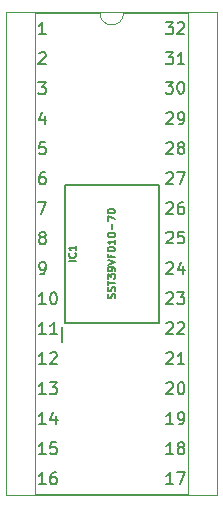
<source format=gto>
%TF.GenerationSoftware,KiCad,Pcbnew,8.0.7*%
%TF.CreationDate,2025-03-14T20:28:10+02:00*%
%TF.ProjectId,TSSOP32-14mm Adapter,5453534f-5033-4322-9d31-346d6d204164,V1*%
%TF.SameCoordinates,Original*%
%TF.FileFunction,Legend,Top*%
%TF.FilePolarity,Positive*%
%FSLAX46Y46*%
G04 Gerber Fmt 4.6, Leading zero omitted, Abs format (unit mm)*
G04 Created by KiCad (PCBNEW 8.0.7) date 2025-03-14 20:28:10*
%MOMM*%
%LPD*%
G01*
G04 APERTURE LIST*
%ADD10C,0.200000*%
%ADD11C,0.150000*%
%ADD12C,0.120000*%
G04 APERTURE END LIST*
D10*
X12203517Y547780D02*
X12822564Y547780D01*
X12822564Y547780D02*
X12489231Y166828D01*
X12489231Y166828D02*
X12632088Y166828D01*
X12632088Y166828D02*
X12727326Y119209D01*
X12727326Y119209D02*
X12774945Y71590D01*
X12774945Y71590D02*
X12822564Y-23647D01*
X12822564Y-23647D02*
X12822564Y-261742D01*
X12822564Y-261742D02*
X12774945Y-356980D01*
X12774945Y-356980D02*
X12727326Y-404600D01*
X12727326Y-404600D02*
X12632088Y-452219D01*
X12632088Y-452219D02*
X12346374Y-452219D01*
X12346374Y-452219D02*
X12251136Y-404600D01*
X12251136Y-404600D02*
X12203517Y-356980D01*
X13203517Y452542D02*
X13251136Y500161D01*
X13251136Y500161D02*
X13346374Y547780D01*
X13346374Y547780D02*
X13584469Y547780D01*
X13584469Y547780D02*
X13679707Y500161D01*
X13679707Y500161D02*
X13727326Y452542D01*
X13727326Y452542D02*
X13774945Y357304D01*
X13774945Y357304D02*
X13774945Y262066D01*
X13774945Y262066D02*
X13727326Y119209D01*
X13727326Y119209D02*
X13155898Y-452219D01*
X13155898Y-452219D02*
X13774945Y-452219D01*
X12203517Y-1992219D02*
X12822564Y-1992219D01*
X12822564Y-1992219D02*
X12489231Y-2373171D01*
X12489231Y-2373171D02*
X12632088Y-2373171D01*
X12632088Y-2373171D02*
X12727326Y-2420790D01*
X12727326Y-2420790D02*
X12774945Y-2468409D01*
X12774945Y-2468409D02*
X12822564Y-2563647D01*
X12822564Y-2563647D02*
X12822564Y-2801742D01*
X12822564Y-2801742D02*
X12774945Y-2896980D01*
X12774945Y-2896980D02*
X12727326Y-2944600D01*
X12727326Y-2944600D02*
X12632088Y-2992219D01*
X12632088Y-2992219D02*
X12346374Y-2992219D01*
X12346374Y-2992219D02*
X12251136Y-2944600D01*
X12251136Y-2944600D02*
X12203517Y-2896980D01*
X13774945Y-2992219D02*
X13203517Y-2992219D01*
X13489231Y-2992219D02*
X13489231Y-1992219D01*
X13489231Y-1992219D02*
X13393993Y-2135076D01*
X13393993Y-2135076D02*
X13298755Y-2230314D01*
X13298755Y-2230314D02*
X13203517Y-2277933D01*
X12187125Y-4491111D02*
X12806172Y-4491111D01*
X12806172Y-4491111D02*
X12472839Y-4872063D01*
X12472839Y-4872063D02*
X12615696Y-4872063D01*
X12615696Y-4872063D02*
X12710934Y-4919682D01*
X12710934Y-4919682D02*
X12758553Y-4967301D01*
X12758553Y-4967301D02*
X12806172Y-5062539D01*
X12806172Y-5062539D02*
X12806172Y-5300634D01*
X12806172Y-5300634D02*
X12758553Y-5395872D01*
X12758553Y-5395872D02*
X12710934Y-5443492D01*
X12710934Y-5443492D02*
X12615696Y-5491111D01*
X12615696Y-5491111D02*
X12329982Y-5491111D01*
X12329982Y-5491111D02*
X12234744Y-5443492D01*
X12234744Y-5443492D02*
X12187125Y-5395872D01*
X13425220Y-4491111D02*
X13520458Y-4491111D01*
X13520458Y-4491111D02*
X13615696Y-4538730D01*
X13615696Y-4538730D02*
X13663315Y-4586349D01*
X13663315Y-4586349D02*
X13710934Y-4681587D01*
X13710934Y-4681587D02*
X13758553Y-4872063D01*
X13758553Y-4872063D02*
X13758553Y-5110158D01*
X13758553Y-5110158D02*
X13710934Y-5300634D01*
X13710934Y-5300634D02*
X13663315Y-5395872D01*
X13663315Y-5395872D02*
X13615696Y-5443492D01*
X13615696Y-5443492D02*
X13520458Y-5491111D01*
X13520458Y-5491111D02*
X13425220Y-5491111D01*
X13425220Y-5491111D02*
X13329982Y-5443492D01*
X13329982Y-5443492D02*
X13282363Y-5395872D01*
X13282363Y-5395872D02*
X13234744Y-5300634D01*
X13234744Y-5300634D02*
X13187125Y-5110158D01*
X13187125Y-5110158D02*
X13187125Y-4872063D01*
X13187125Y-4872063D02*
X13234744Y-4681587D01*
X13234744Y-4681587D02*
X13282363Y-4586349D01*
X13282363Y-4586349D02*
X13329982Y-4538730D01*
X13329982Y-4538730D02*
X13425220Y-4491111D01*
X12251136Y-7167457D02*
X12298755Y-7119838D01*
X12298755Y-7119838D02*
X12393993Y-7072219D01*
X12393993Y-7072219D02*
X12632088Y-7072219D01*
X12632088Y-7072219D02*
X12727326Y-7119838D01*
X12727326Y-7119838D02*
X12774945Y-7167457D01*
X12774945Y-7167457D02*
X12822564Y-7262695D01*
X12822564Y-7262695D02*
X12822564Y-7357933D01*
X12822564Y-7357933D02*
X12774945Y-7500790D01*
X12774945Y-7500790D02*
X12203517Y-8072219D01*
X12203517Y-8072219D02*
X12822564Y-8072219D01*
X13298755Y-8072219D02*
X13489231Y-8072219D01*
X13489231Y-8072219D02*
X13584469Y-8024600D01*
X13584469Y-8024600D02*
X13632088Y-7976980D01*
X13632088Y-7976980D02*
X13727326Y-7834123D01*
X13727326Y-7834123D02*
X13774945Y-7643647D01*
X13774945Y-7643647D02*
X13774945Y-7262695D01*
X13774945Y-7262695D02*
X13727326Y-7167457D01*
X13727326Y-7167457D02*
X13679707Y-7119838D01*
X13679707Y-7119838D02*
X13584469Y-7072219D01*
X13584469Y-7072219D02*
X13393993Y-7072219D01*
X13393993Y-7072219D02*
X13298755Y-7119838D01*
X13298755Y-7119838D02*
X13251136Y-7167457D01*
X13251136Y-7167457D02*
X13203517Y-7262695D01*
X13203517Y-7262695D02*
X13203517Y-7500790D01*
X13203517Y-7500790D02*
X13251136Y-7596028D01*
X13251136Y-7596028D02*
X13298755Y-7643647D01*
X13298755Y-7643647D02*
X13393993Y-7691266D01*
X13393993Y-7691266D02*
X13584469Y-7691266D01*
X13584469Y-7691266D02*
X13679707Y-7643647D01*
X13679707Y-7643647D02*
X13727326Y-7596028D01*
X13727326Y-7596028D02*
X13774945Y-7500790D01*
X12251135Y-9684128D02*
X12298754Y-9636509D01*
X12298754Y-9636509D02*
X12393992Y-9588890D01*
X12393992Y-9588890D02*
X12632087Y-9588890D01*
X12632087Y-9588890D02*
X12727325Y-9636509D01*
X12727325Y-9636509D02*
X12774944Y-9684128D01*
X12774944Y-9684128D02*
X12822563Y-9779366D01*
X12822563Y-9779366D02*
X12822563Y-9874604D01*
X12822563Y-9874604D02*
X12774944Y-10017461D01*
X12774944Y-10017461D02*
X12203516Y-10588890D01*
X12203516Y-10588890D02*
X12822563Y-10588890D01*
X13393992Y-10017461D02*
X13298754Y-9969842D01*
X13298754Y-9969842D02*
X13251135Y-9922223D01*
X13251135Y-9922223D02*
X13203516Y-9826985D01*
X13203516Y-9826985D02*
X13203516Y-9779366D01*
X13203516Y-9779366D02*
X13251135Y-9684128D01*
X13251135Y-9684128D02*
X13298754Y-9636509D01*
X13298754Y-9636509D02*
X13393992Y-9588890D01*
X13393992Y-9588890D02*
X13584468Y-9588890D01*
X13584468Y-9588890D02*
X13679706Y-9636509D01*
X13679706Y-9636509D02*
X13727325Y-9684128D01*
X13727325Y-9684128D02*
X13774944Y-9779366D01*
X13774944Y-9779366D02*
X13774944Y-9826985D01*
X13774944Y-9826985D02*
X13727325Y-9922223D01*
X13727325Y-9922223D02*
X13679706Y-9969842D01*
X13679706Y-9969842D02*
X13584468Y-10017461D01*
X13584468Y-10017461D02*
X13393992Y-10017461D01*
X13393992Y-10017461D02*
X13298754Y-10065080D01*
X13298754Y-10065080D02*
X13251135Y-10112699D01*
X13251135Y-10112699D02*
X13203516Y-10207937D01*
X13203516Y-10207937D02*
X13203516Y-10398413D01*
X13203516Y-10398413D02*
X13251135Y-10493651D01*
X13251135Y-10493651D02*
X13298754Y-10541271D01*
X13298754Y-10541271D02*
X13393992Y-10588890D01*
X13393992Y-10588890D02*
X13584468Y-10588890D01*
X13584468Y-10588890D02*
X13679706Y-10541271D01*
X13679706Y-10541271D02*
X13727325Y-10493651D01*
X13727325Y-10493651D02*
X13774944Y-10398413D01*
X13774944Y-10398413D02*
X13774944Y-10207937D01*
X13774944Y-10207937D02*
X13727325Y-10112699D01*
X13727325Y-10112699D02*
X13679706Y-10065080D01*
X13679706Y-10065080D02*
X13584468Y-10017461D01*
X12251136Y-12247457D02*
X12298755Y-12199838D01*
X12298755Y-12199838D02*
X12393993Y-12152219D01*
X12393993Y-12152219D02*
X12632088Y-12152219D01*
X12632088Y-12152219D02*
X12727326Y-12199838D01*
X12727326Y-12199838D02*
X12774945Y-12247457D01*
X12774945Y-12247457D02*
X12822564Y-12342695D01*
X12822564Y-12342695D02*
X12822564Y-12437933D01*
X12822564Y-12437933D02*
X12774945Y-12580790D01*
X12774945Y-12580790D02*
X12203517Y-13152219D01*
X12203517Y-13152219D02*
X12822564Y-13152219D01*
X13155898Y-12152219D02*
X13822564Y-12152219D01*
X13822564Y-12152219D02*
X13393993Y-13152219D01*
X12251136Y-14787457D02*
X12298755Y-14739838D01*
X12298755Y-14739838D02*
X12393993Y-14692219D01*
X12393993Y-14692219D02*
X12632088Y-14692219D01*
X12632088Y-14692219D02*
X12727326Y-14739838D01*
X12727326Y-14739838D02*
X12774945Y-14787457D01*
X12774945Y-14787457D02*
X12822564Y-14882695D01*
X12822564Y-14882695D02*
X12822564Y-14977933D01*
X12822564Y-14977933D02*
X12774945Y-15120790D01*
X12774945Y-15120790D02*
X12203517Y-15692219D01*
X12203517Y-15692219D02*
X12822564Y-15692219D01*
X13679707Y-14692219D02*
X13489231Y-14692219D01*
X13489231Y-14692219D02*
X13393993Y-14739838D01*
X13393993Y-14739838D02*
X13346374Y-14787457D01*
X13346374Y-14787457D02*
X13251136Y-14930314D01*
X13251136Y-14930314D02*
X13203517Y-15120790D01*
X13203517Y-15120790D02*
X13203517Y-15501742D01*
X13203517Y-15501742D02*
X13251136Y-15596980D01*
X13251136Y-15596980D02*
X13298755Y-15644600D01*
X13298755Y-15644600D02*
X13393993Y-15692219D01*
X13393993Y-15692219D02*
X13584469Y-15692219D01*
X13584469Y-15692219D02*
X13679707Y-15644600D01*
X13679707Y-15644600D02*
X13727326Y-15596980D01*
X13727326Y-15596980D02*
X13774945Y-15501742D01*
X13774945Y-15501742D02*
X13774945Y-15263647D01*
X13774945Y-15263647D02*
X13727326Y-15168409D01*
X13727326Y-15168409D02*
X13679707Y-15120790D01*
X13679707Y-15120790D02*
X13584469Y-15073171D01*
X13584469Y-15073171D02*
X13393993Y-15073171D01*
X13393993Y-15073171D02*
X13298755Y-15120790D01*
X13298755Y-15120790D02*
X13251136Y-15168409D01*
X13251136Y-15168409D02*
X13203517Y-15263647D01*
X12251135Y-17273426D02*
X12298754Y-17225807D01*
X12298754Y-17225807D02*
X12393992Y-17178188D01*
X12393992Y-17178188D02*
X12632087Y-17178188D01*
X12632087Y-17178188D02*
X12727325Y-17225807D01*
X12727325Y-17225807D02*
X12774944Y-17273426D01*
X12774944Y-17273426D02*
X12822563Y-17368664D01*
X12822563Y-17368664D02*
X12822563Y-17463902D01*
X12822563Y-17463902D02*
X12774944Y-17606759D01*
X12774944Y-17606759D02*
X12203516Y-18178188D01*
X12203516Y-18178188D02*
X12822563Y-18178188D01*
X13727325Y-17178188D02*
X13251135Y-17178188D01*
X13251135Y-17178188D02*
X13203516Y-17654378D01*
X13203516Y-17654378D02*
X13251135Y-17606759D01*
X13251135Y-17606759D02*
X13346373Y-17559140D01*
X13346373Y-17559140D02*
X13584468Y-17559140D01*
X13584468Y-17559140D02*
X13679706Y-17606759D01*
X13679706Y-17606759D02*
X13727325Y-17654378D01*
X13727325Y-17654378D02*
X13774944Y-17749616D01*
X13774944Y-17749616D02*
X13774944Y-17987711D01*
X13774944Y-17987711D02*
X13727325Y-18082949D01*
X13727325Y-18082949D02*
X13679706Y-18130569D01*
X13679706Y-18130569D02*
X13584468Y-18178188D01*
X13584468Y-18178188D02*
X13346373Y-18178188D01*
X13346373Y-18178188D02*
X13251135Y-18130569D01*
X13251135Y-18130569D02*
X13203516Y-18082949D01*
X12251136Y-19867457D02*
X12298755Y-19819838D01*
X12298755Y-19819838D02*
X12393993Y-19772219D01*
X12393993Y-19772219D02*
X12632088Y-19772219D01*
X12632088Y-19772219D02*
X12727326Y-19819838D01*
X12727326Y-19819838D02*
X12774945Y-19867457D01*
X12774945Y-19867457D02*
X12822564Y-19962695D01*
X12822564Y-19962695D02*
X12822564Y-20057933D01*
X12822564Y-20057933D02*
X12774945Y-20200790D01*
X12774945Y-20200790D02*
X12203517Y-20772219D01*
X12203517Y-20772219D02*
X12822564Y-20772219D01*
X13679707Y-20105552D02*
X13679707Y-20772219D01*
X13441612Y-19724600D02*
X13203517Y-20438885D01*
X13203517Y-20438885D02*
X13822564Y-20438885D01*
X12251136Y-22407457D02*
X12298755Y-22359838D01*
X12298755Y-22359838D02*
X12393993Y-22312219D01*
X12393993Y-22312219D02*
X12632088Y-22312219D01*
X12632088Y-22312219D02*
X12727326Y-22359838D01*
X12727326Y-22359838D02*
X12774945Y-22407457D01*
X12774945Y-22407457D02*
X12822564Y-22502695D01*
X12822564Y-22502695D02*
X12822564Y-22597933D01*
X12822564Y-22597933D02*
X12774945Y-22740790D01*
X12774945Y-22740790D02*
X12203517Y-23312219D01*
X12203517Y-23312219D02*
X12822564Y-23312219D01*
X13155898Y-22312219D02*
X13774945Y-22312219D01*
X13774945Y-22312219D02*
X13441612Y-22693171D01*
X13441612Y-22693171D02*
X13584469Y-22693171D01*
X13584469Y-22693171D02*
X13679707Y-22740790D01*
X13679707Y-22740790D02*
X13727326Y-22788409D01*
X13727326Y-22788409D02*
X13774945Y-22883647D01*
X13774945Y-22883647D02*
X13774945Y-23121742D01*
X13774945Y-23121742D02*
X13727326Y-23216980D01*
X13727326Y-23216980D02*
X13679707Y-23264600D01*
X13679707Y-23264600D02*
X13584469Y-23312219D01*
X13584469Y-23312219D02*
X13298755Y-23312219D01*
X13298755Y-23312219D02*
X13203517Y-23264600D01*
X13203517Y-23264600D02*
X13155898Y-23216980D01*
X12251136Y-24947457D02*
X12298755Y-24899838D01*
X12298755Y-24899838D02*
X12393993Y-24852219D01*
X12393993Y-24852219D02*
X12632088Y-24852219D01*
X12632088Y-24852219D02*
X12727326Y-24899838D01*
X12727326Y-24899838D02*
X12774945Y-24947457D01*
X12774945Y-24947457D02*
X12822564Y-25042695D01*
X12822564Y-25042695D02*
X12822564Y-25137933D01*
X12822564Y-25137933D02*
X12774945Y-25280790D01*
X12774945Y-25280790D02*
X12203517Y-25852219D01*
X12203517Y-25852219D02*
X12822564Y-25852219D01*
X13203517Y-24947457D02*
X13251136Y-24899838D01*
X13251136Y-24899838D02*
X13346374Y-24852219D01*
X13346374Y-24852219D02*
X13584469Y-24852219D01*
X13584469Y-24852219D02*
X13679707Y-24899838D01*
X13679707Y-24899838D02*
X13727326Y-24947457D01*
X13727326Y-24947457D02*
X13774945Y-25042695D01*
X13774945Y-25042695D02*
X13774945Y-25137933D01*
X13774945Y-25137933D02*
X13727326Y-25280790D01*
X13727326Y-25280790D02*
X13155898Y-25852219D01*
X13155898Y-25852219D02*
X13774945Y-25852219D01*
X12251136Y-27487457D02*
X12298755Y-27439838D01*
X12298755Y-27439838D02*
X12393993Y-27392219D01*
X12393993Y-27392219D02*
X12632088Y-27392219D01*
X12632088Y-27392219D02*
X12727326Y-27439838D01*
X12727326Y-27439838D02*
X12774945Y-27487457D01*
X12774945Y-27487457D02*
X12822564Y-27582695D01*
X12822564Y-27582695D02*
X12822564Y-27677933D01*
X12822564Y-27677933D02*
X12774945Y-27820790D01*
X12774945Y-27820790D02*
X12203517Y-28392219D01*
X12203517Y-28392219D02*
X12822564Y-28392219D01*
X13774945Y-28392219D02*
X13203517Y-28392219D01*
X13489231Y-28392219D02*
X13489231Y-27392219D01*
X13489231Y-27392219D02*
X13393993Y-27535076D01*
X13393993Y-27535076D02*
X13298755Y-27630314D01*
X13298755Y-27630314D02*
X13203517Y-27677933D01*
X12251136Y-30027457D02*
X12298755Y-29979838D01*
X12298755Y-29979838D02*
X12393993Y-29932219D01*
X12393993Y-29932219D02*
X12632088Y-29932219D01*
X12632088Y-29932219D02*
X12727326Y-29979838D01*
X12727326Y-29979838D02*
X12774945Y-30027457D01*
X12774945Y-30027457D02*
X12822564Y-30122695D01*
X12822564Y-30122695D02*
X12822564Y-30217933D01*
X12822564Y-30217933D02*
X12774945Y-30360790D01*
X12774945Y-30360790D02*
X12203517Y-30932219D01*
X12203517Y-30932219D02*
X12822564Y-30932219D01*
X13441612Y-29932219D02*
X13536850Y-29932219D01*
X13536850Y-29932219D02*
X13632088Y-29979838D01*
X13632088Y-29979838D02*
X13679707Y-30027457D01*
X13679707Y-30027457D02*
X13727326Y-30122695D01*
X13727326Y-30122695D02*
X13774945Y-30313171D01*
X13774945Y-30313171D02*
X13774945Y-30551266D01*
X13774945Y-30551266D02*
X13727326Y-30741742D01*
X13727326Y-30741742D02*
X13679707Y-30836980D01*
X13679707Y-30836980D02*
X13632088Y-30884600D01*
X13632088Y-30884600D02*
X13536850Y-30932219D01*
X13536850Y-30932219D02*
X13441612Y-30932219D01*
X13441612Y-30932219D02*
X13346374Y-30884600D01*
X13346374Y-30884600D02*
X13298755Y-30836980D01*
X13298755Y-30836980D02*
X13251136Y-30741742D01*
X13251136Y-30741742D02*
X13203517Y-30551266D01*
X13203517Y-30551266D02*
X13203517Y-30313171D01*
X13203517Y-30313171D02*
X13251136Y-30122695D01*
X13251136Y-30122695D02*
X13298755Y-30027457D01*
X13298755Y-30027457D02*
X13346374Y-29979838D01*
X13346374Y-29979838D02*
X13441612Y-29932219D01*
X12822564Y-33472219D02*
X12251136Y-33472219D01*
X12536850Y-33472219D02*
X12536850Y-32472219D01*
X12536850Y-32472219D02*
X12441612Y-32615076D01*
X12441612Y-32615076D02*
X12346374Y-32710314D01*
X12346374Y-32710314D02*
X12251136Y-32757933D01*
X13298755Y-33472219D02*
X13489231Y-33472219D01*
X13489231Y-33472219D02*
X13584469Y-33424600D01*
X13584469Y-33424600D02*
X13632088Y-33376980D01*
X13632088Y-33376980D02*
X13727326Y-33234123D01*
X13727326Y-33234123D02*
X13774945Y-33043647D01*
X13774945Y-33043647D02*
X13774945Y-32662695D01*
X13774945Y-32662695D02*
X13727326Y-32567457D01*
X13727326Y-32567457D02*
X13679707Y-32519838D01*
X13679707Y-32519838D02*
X13584469Y-32472219D01*
X13584469Y-32472219D02*
X13393993Y-32472219D01*
X13393993Y-32472219D02*
X13298755Y-32519838D01*
X13298755Y-32519838D02*
X13251136Y-32567457D01*
X13251136Y-32567457D02*
X13203517Y-32662695D01*
X13203517Y-32662695D02*
X13203517Y-32900790D01*
X13203517Y-32900790D02*
X13251136Y-32996028D01*
X13251136Y-32996028D02*
X13298755Y-33043647D01*
X13298755Y-33043647D02*
X13393993Y-33091266D01*
X13393993Y-33091266D02*
X13584469Y-33091266D01*
X13584469Y-33091266D02*
X13679707Y-33043647D01*
X13679707Y-33043647D02*
X13727326Y-32996028D01*
X13727326Y-32996028D02*
X13774945Y-32900790D01*
X12822564Y-36012219D02*
X12251136Y-36012219D01*
X12536850Y-36012219D02*
X12536850Y-35012219D01*
X12536850Y-35012219D02*
X12441612Y-35155076D01*
X12441612Y-35155076D02*
X12346374Y-35250314D01*
X12346374Y-35250314D02*
X12251136Y-35297933D01*
X13393993Y-35440790D02*
X13298755Y-35393171D01*
X13298755Y-35393171D02*
X13251136Y-35345552D01*
X13251136Y-35345552D02*
X13203517Y-35250314D01*
X13203517Y-35250314D02*
X13203517Y-35202695D01*
X13203517Y-35202695D02*
X13251136Y-35107457D01*
X13251136Y-35107457D02*
X13298755Y-35059838D01*
X13298755Y-35059838D02*
X13393993Y-35012219D01*
X13393993Y-35012219D02*
X13584469Y-35012219D01*
X13584469Y-35012219D02*
X13679707Y-35059838D01*
X13679707Y-35059838D02*
X13727326Y-35107457D01*
X13727326Y-35107457D02*
X13774945Y-35202695D01*
X13774945Y-35202695D02*
X13774945Y-35250314D01*
X13774945Y-35250314D02*
X13727326Y-35345552D01*
X13727326Y-35345552D02*
X13679707Y-35393171D01*
X13679707Y-35393171D02*
X13584469Y-35440790D01*
X13584469Y-35440790D02*
X13393993Y-35440790D01*
X13393993Y-35440790D02*
X13298755Y-35488409D01*
X13298755Y-35488409D02*
X13251136Y-35536028D01*
X13251136Y-35536028D02*
X13203517Y-35631266D01*
X13203517Y-35631266D02*
X13203517Y-35821742D01*
X13203517Y-35821742D02*
X13251136Y-35916980D01*
X13251136Y-35916980D02*
X13298755Y-35964600D01*
X13298755Y-35964600D02*
X13393993Y-36012219D01*
X13393993Y-36012219D02*
X13584469Y-36012219D01*
X13584469Y-36012219D02*
X13679707Y-35964600D01*
X13679707Y-35964600D02*
X13727326Y-35916980D01*
X13727326Y-35916980D02*
X13774945Y-35821742D01*
X13774945Y-35821742D02*
X13774945Y-35631266D01*
X13774945Y-35631266D02*
X13727326Y-35536028D01*
X13727326Y-35536028D02*
X13679707Y-35488409D01*
X13679707Y-35488409D02*
X13584469Y-35440790D01*
X12822564Y-38552219D02*
X12251136Y-38552219D01*
X12536850Y-38552219D02*
X12536850Y-37552219D01*
X12536850Y-37552219D02*
X12441612Y-37695076D01*
X12441612Y-37695076D02*
X12346374Y-37790314D01*
X12346374Y-37790314D02*
X12251136Y-37837933D01*
X13155898Y-37552219D02*
X13822564Y-37552219D01*
X13822564Y-37552219D02*
X13393993Y-38552219D01*
X2036482Y-33472219D02*
X1465054Y-33472219D01*
X1750768Y-33472219D02*
X1750768Y-32472219D01*
X1750768Y-32472219D02*
X1655530Y-32615076D01*
X1655530Y-32615076D02*
X1560292Y-32710314D01*
X1560292Y-32710314D02*
X1465054Y-32757933D01*
X2893625Y-32805552D02*
X2893625Y-33472219D01*
X2655530Y-32424600D02*
X2417435Y-33138885D01*
X2417435Y-33138885D02*
X3036482Y-33138885D01*
X2036482Y-36012219D02*
X1465054Y-36012219D01*
X1750768Y-36012219D02*
X1750768Y-35012219D01*
X1750768Y-35012219D02*
X1655530Y-35155076D01*
X1655530Y-35155076D02*
X1560292Y-35250314D01*
X1560292Y-35250314D02*
X1465054Y-35297933D01*
X2941244Y-35012219D02*
X2465054Y-35012219D01*
X2465054Y-35012219D02*
X2417435Y-35488409D01*
X2417435Y-35488409D02*
X2465054Y-35440790D01*
X2465054Y-35440790D02*
X2560292Y-35393171D01*
X2560292Y-35393171D02*
X2798387Y-35393171D01*
X2798387Y-35393171D02*
X2893625Y-35440790D01*
X2893625Y-35440790D02*
X2941244Y-35488409D01*
X2941244Y-35488409D02*
X2988863Y-35583647D01*
X2988863Y-35583647D02*
X2988863Y-35821742D01*
X2988863Y-35821742D02*
X2941244Y-35916980D01*
X2941244Y-35916980D02*
X2893625Y-35964600D01*
X2893625Y-35964600D02*
X2798387Y-36012219D01*
X2798387Y-36012219D02*
X2560292Y-36012219D01*
X2560292Y-36012219D02*
X2465054Y-35964600D01*
X2465054Y-35964600D02*
X2417435Y-35916980D01*
X2036482Y-38552219D02*
X1465054Y-38552219D01*
X1750768Y-38552219D02*
X1750768Y-37552219D01*
X1750768Y-37552219D02*
X1655530Y-37695076D01*
X1655530Y-37695076D02*
X1560292Y-37790314D01*
X1560292Y-37790314D02*
X1465054Y-37837933D01*
X2893625Y-37552219D02*
X2703149Y-37552219D01*
X2703149Y-37552219D02*
X2607911Y-37599838D01*
X2607911Y-37599838D02*
X2560292Y-37647457D01*
X2560292Y-37647457D02*
X2465054Y-37790314D01*
X2465054Y-37790314D02*
X2417435Y-37980790D01*
X2417435Y-37980790D02*
X2417435Y-38361742D01*
X2417435Y-38361742D02*
X2465054Y-38456980D01*
X2465054Y-38456980D02*
X2512673Y-38504600D01*
X2512673Y-38504600D02*
X2607911Y-38552219D01*
X2607911Y-38552219D02*
X2798387Y-38552219D01*
X2798387Y-38552219D02*
X2893625Y-38504600D01*
X2893625Y-38504600D02*
X2941244Y-38456980D01*
X2941244Y-38456980D02*
X2988863Y-38361742D01*
X2988863Y-38361742D02*
X2988863Y-38123647D01*
X2988863Y-38123647D02*
X2941244Y-38028409D01*
X2941244Y-38028409D02*
X2893625Y-37980790D01*
X2893625Y-37980790D02*
X2798387Y-37933171D01*
X2798387Y-37933171D02*
X2607911Y-37933171D01*
X2607911Y-37933171D02*
X2512673Y-37980790D01*
X2512673Y-37980790D02*
X2465054Y-38028409D01*
X2465054Y-38028409D02*
X2417435Y-38123647D01*
X2036482Y-30932219D02*
X1465054Y-30932219D01*
X1750768Y-30932219D02*
X1750768Y-29932219D01*
X1750768Y-29932219D02*
X1655530Y-30075076D01*
X1655530Y-30075076D02*
X1560292Y-30170314D01*
X1560292Y-30170314D02*
X1465054Y-30217933D01*
X2369816Y-29932219D02*
X2988863Y-29932219D01*
X2988863Y-29932219D02*
X2655530Y-30313171D01*
X2655530Y-30313171D02*
X2798387Y-30313171D01*
X2798387Y-30313171D02*
X2893625Y-30360790D01*
X2893625Y-30360790D02*
X2941244Y-30408409D01*
X2941244Y-30408409D02*
X2988863Y-30503647D01*
X2988863Y-30503647D02*
X2988863Y-30741742D01*
X2988863Y-30741742D02*
X2941244Y-30836980D01*
X2941244Y-30836980D02*
X2893625Y-30884600D01*
X2893625Y-30884600D02*
X2798387Y-30932219D01*
X2798387Y-30932219D02*
X2512673Y-30932219D01*
X2512673Y-30932219D02*
X2417435Y-30884600D01*
X2417435Y-30884600D02*
X2369816Y-30836980D01*
X2036482Y-23312219D02*
X1465054Y-23312219D01*
X1750768Y-23312219D02*
X1750768Y-22312219D01*
X1750768Y-22312219D02*
X1655530Y-22455076D01*
X1655530Y-22455076D02*
X1560292Y-22550314D01*
X1560292Y-22550314D02*
X1465054Y-22597933D01*
X2655530Y-22312219D02*
X2750768Y-22312219D01*
X2750768Y-22312219D02*
X2846006Y-22359838D01*
X2846006Y-22359838D02*
X2893625Y-22407457D01*
X2893625Y-22407457D02*
X2941244Y-22502695D01*
X2941244Y-22502695D02*
X2988863Y-22693171D01*
X2988863Y-22693171D02*
X2988863Y-22931266D01*
X2988863Y-22931266D02*
X2941244Y-23121742D01*
X2941244Y-23121742D02*
X2893625Y-23216980D01*
X2893625Y-23216980D02*
X2846006Y-23264600D01*
X2846006Y-23264600D02*
X2750768Y-23312219D01*
X2750768Y-23312219D02*
X2655530Y-23312219D01*
X2655530Y-23312219D02*
X2560292Y-23264600D01*
X2560292Y-23264600D02*
X2512673Y-23216980D01*
X2512673Y-23216980D02*
X2465054Y-23121742D01*
X2465054Y-23121742D02*
X2417435Y-22931266D01*
X2417435Y-22931266D02*
X2417435Y-22693171D01*
X2417435Y-22693171D02*
X2465054Y-22502695D01*
X2465054Y-22502695D02*
X2512673Y-22407457D01*
X2512673Y-22407457D02*
X2560292Y-22359838D01*
X2560292Y-22359838D02*
X2655530Y-22312219D01*
X2036482Y-25852219D02*
X1465054Y-25852219D01*
X1750768Y-25852219D02*
X1750768Y-24852219D01*
X1750768Y-24852219D02*
X1655530Y-24995076D01*
X1655530Y-24995076D02*
X1560292Y-25090314D01*
X1560292Y-25090314D02*
X1465054Y-25137933D01*
X2988863Y-25852219D02*
X2417435Y-25852219D01*
X2703149Y-25852219D02*
X2703149Y-24852219D01*
X2703149Y-24852219D02*
X2607911Y-24995076D01*
X2607911Y-24995076D02*
X2512673Y-25090314D01*
X2512673Y-25090314D02*
X2417435Y-25137933D01*
X2036482Y-28392219D02*
X1465054Y-28392219D01*
X1750768Y-28392219D02*
X1750768Y-27392219D01*
X1750768Y-27392219D02*
X1655530Y-27535076D01*
X1655530Y-27535076D02*
X1560292Y-27630314D01*
X1560292Y-27630314D02*
X1465054Y-27677933D01*
X2417435Y-27487457D02*
X2465054Y-27439838D01*
X2465054Y-27439838D02*
X2560292Y-27392219D01*
X2560292Y-27392219D02*
X2798387Y-27392219D01*
X2798387Y-27392219D02*
X2893625Y-27439838D01*
X2893625Y-27439838D02*
X2941244Y-27487457D01*
X2941244Y-27487457D02*
X2988863Y-27582695D01*
X2988863Y-27582695D02*
X2988863Y-27677933D01*
X2988863Y-27677933D02*
X2941244Y-27820790D01*
X2941244Y-27820790D02*
X2369816Y-28392219D01*
X2369816Y-28392219D02*
X2988863Y-28392219D01*
X1560292Y-20772219D02*
X1750768Y-20772219D01*
X1750768Y-20772219D02*
X1846006Y-20724600D01*
X1846006Y-20724600D02*
X1893625Y-20676980D01*
X1893625Y-20676980D02*
X1988863Y-20534123D01*
X1988863Y-20534123D02*
X2036482Y-20343647D01*
X2036482Y-20343647D02*
X2036482Y-19962695D01*
X2036482Y-19962695D02*
X1988863Y-19867457D01*
X1988863Y-19867457D02*
X1941244Y-19819838D01*
X1941244Y-19819838D02*
X1846006Y-19772219D01*
X1846006Y-19772219D02*
X1655530Y-19772219D01*
X1655530Y-19772219D02*
X1560292Y-19819838D01*
X1560292Y-19819838D02*
X1512673Y-19867457D01*
X1512673Y-19867457D02*
X1465054Y-19962695D01*
X1465054Y-19962695D02*
X1465054Y-20200790D01*
X1465054Y-20200790D02*
X1512673Y-20296028D01*
X1512673Y-20296028D02*
X1560292Y-20343647D01*
X1560292Y-20343647D02*
X1655530Y-20391266D01*
X1655530Y-20391266D02*
X1846006Y-20391266D01*
X1846006Y-20391266D02*
X1941244Y-20343647D01*
X1941244Y-20343647D02*
X1988863Y-20296028D01*
X1988863Y-20296028D02*
X2036482Y-20200790D01*
X1941244Y-12152219D02*
X1750768Y-12152219D01*
X1750768Y-12152219D02*
X1655530Y-12199838D01*
X1655530Y-12199838D02*
X1607911Y-12247457D01*
X1607911Y-12247457D02*
X1512673Y-12390314D01*
X1512673Y-12390314D02*
X1465054Y-12580790D01*
X1465054Y-12580790D02*
X1465054Y-12961742D01*
X1465054Y-12961742D02*
X1512673Y-13056980D01*
X1512673Y-13056980D02*
X1560292Y-13104600D01*
X1560292Y-13104600D02*
X1655530Y-13152219D01*
X1655530Y-13152219D02*
X1846006Y-13152219D01*
X1846006Y-13152219D02*
X1941244Y-13104600D01*
X1941244Y-13104600D02*
X1988863Y-13056980D01*
X1988863Y-13056980D02*
X2036482Y-12961742D01*
X2036482Y-12961742D02*
X2036482Y-12723647D01*
X2036482Y-12723647D02*
X1988863Y-12628409D01*
X1988863Y-12628409D02*
X1941244Y-12580790D01*
X1941244Y-12580790D02*
X1846006Y-12533171D01*
X1846006Y-12533171D02*
X1655530Y-12533171D01*
X1655530Y-12533171D02*
X1560292Y-12580790D01*
X1560292Y-12580790D02*
X1512673Y-12628409D01*
X1512673Y-12628409D02*
X1465054Y-12723647D01*
X1417435Y-14692219D02*
X2084101Y-14692219D01*
X2084101Y-14692219D02*
X1655530Y-15692219D01*
X1655530Y-17660790D02*
X1560292Y-17613171D01*
X1560292Y-17613171D02*
X1512673Y-17565552D01*
X1512673Y-17565552D02*
X1465054Y-17470314D01*
X1465054Y-17470314D02*
X1465054Y-17422695D01*
X1465054Y-17422695D02*
X1512673Y-17327457D01*
X1512673Y-17327457D02*
X1560292Y-17279838D01*
X1560292Y-17279838D02*
X1655530Y-17232219D01*
X1655530Y-17232219D02*
X1846006Y-17232219D01*
X1846006Y-17232219D02*
X1941244Y-17279838D01*
X1941244Y-17279838D02*
X1988863Y-17327457D01*
X1988863Y-17327457D02*
X2036482Y-17422695D01*
X2036482Y-17422695D02*
X2036482Y-17470314D01*
X2036482Y-17470314D02*
X1988863Y-17565552D01*
X1988863Y-17565552D02*
X1941244Y-17613171D01*
X1941244Y-17613171D02*
X1846006Y-17660790D01*
X1846006Y-17660790D02*
X1655530Y-17660790D01*
X1655530Y-17660790D02*
X1560292Y-17708409D01*
X1560292Y-17708409D02*
X1512673Y-17756028D01*
X1512673Y-17756028D02*
X1465054Y-17851266D01*
X1465054Y-17851266D02*
X1465054Y-18041742D01*
X1465054Y-18041742D02*
X1512673Y-18136980D01*
X1512673Y-18136980D02*
X1560292Y-18184600D01*
X1560292Y-18184600D02*
X1655530Y-18232219D01*
X1655530Y-18232219D02*
X1846006Y-18232219D01*
X1846006Y-18232219D02*
X1941244Y-18184600D01*
X1941244Y-18184600D02*
X1988863Y-18136980D01*
X1988863Y-18136980D02*
X2036482Y-18041742D01*
X2036482Y-18041742D02*
X2036482Y-17851266D01*
X2036482Y-17851266D02*
X1988863Y-17756028D01*
X1988863Y-17756028D02*
X1941244Y-17708409D01*
X1941244Y-17708409D02*
X1846006Y-17660790D01*
X1988863Y-9612219D02*
X1512673Y-9612219D01*
X1512673Y-9612219D02*
X1465054Y-10088409D01*
X1465054Y-10088409D02*
X1512673Y-10040790D01*
X1512673Y-10040790D02*
X1607911Y-9993171D01*
X1607911Y-9993171D02*
X1846006Y-9993171D01*
X1846006Y-9993171D02*
X1941244Y-10040790D01*
X1941244Y-10040790D02*
X1988863Y-10088409D01*
X1988863Y-10088409D02*
X2036482Y-10183647D01*
X2036482Y-10183647D02*
X2036482Y-10421742D01*
X2036482Y-10421742D02*
X1988863Y-10516980D01*
X1988863Y-10516980D02*
X1941244Y-10564600D01*
X1941244Y-10564600D02*
X1846006Y-10612219D01*
X1846006Y-10612219D02*
X1607911Y-10612219D01*
X1607911Y-10612219D02*
X1512673Y-10564600D01*
X1512673Y-10564600D02*
X1465054Y-10516980D01*
X1941244Y-7405552D02*
X1941244Y-8072219D01*
X1703149Y-7024600D02*
X1465054Y-7738885D01*
X1465054Y-7738885D02*
X2084101Y-7738885D01*
X1417435Y-4532219D02*
X2036482Y-4532219D01*
X2036482Y-4532219D02*
X1703149Y-4913171D01*
X1703149Y-4913171D02*
X1846006Y-4913171D01*
X1846006Y-4913171D02*
X1941244Y-4960790D01*
X1941244Y-4960790D02*
X1988863Y-5008409D01*
X1988863Y-5008409D02*
X2036482Y-5103647D01*
X2036482Y-5103647D02*
X2036482Y-5341742D01*
X2036482Y-5341742D02*
X1988863Y-5436980D01*
X1988863Y-5436980D02*
X1941244Y-5484600D01*
X1941244Y-5484600D02*
X1846006Y-5532219D01*
X1846006Y-5532219D02*
X1560292Y-5532219D01*
X1560292Y-5532219D02*
X1465054Y-5484600D01*
X1465054Y-5484600D02*
X1417435Y-5436980D01*
X1465054Y-2087457D02*
X1512673Y-2039838D01*
X1512673Y-2039838D02*
X1607911Y-1992219D01*
X1607911Y-1992219D02*
X1846006Y-1992219D01*
X1846006Y-1992219D02*
X1941244Y-2039838D01*
X1941244Y-2039838D02*
X1988863Y-2087457D01*
X1988863Y-2087457D02*
X2036482Y-2182695D01*
X2036482Y-2182695D02*
X2036482Y-2277933D01*
X2036482Y-2277933D02*
X1988863Y-2420790D01*
X1988863Y-2420790D02*
X1417435Y-2992219D01*
X1417435Y-2992219D02*
X2036482Y-2992219D01*
X2036482Y-452219D02*
X1465054Y-452219D01*
X1750768Y-452219D02*
X1750768Y547780D01*
X1750768Y547780D02*
X1655530Y404923D01*
X1655530Y404923D02*
X1560292Y309685D01*
X1560292Y309685D02*
X1465054Y262066D01*
D11*
X4608962Y-19669880D02*
X3973962Y-19669880D01*
X4548485Y-19004642D02*
X4578724Y-19034880D01*
X4578724Y-19034880D02*
X4608962Y-19125594D01*
X4608962Y-19125594D02*
X4608962Y-19186070D01*
X4608962Y-19186070D02*
X4578724Y-19276785D01*
X4578724Y-19276785D02*
X4518247Y-19337261D01*
X4518247Y-19337261D02*
X4457771Y-19367499D01*
X4457771Y-19367499D02*
X4336819Y-19397737D01*
X4336819Y-19397737D02*
X4246104Y-19397737D01*
X4246104Y-19397737D02*
X4125152Y-19367499D01*
X4125152Y-19367499D02*
X4064676Y-19337261D01*
X4064676Y-19337261D02*
X4004200Y-19276785D01*
X4004200Y-19276785D02*
X3973962Y-19186070D01*
X3973962Y-19186070D02*
X3973962Y-19125594D01*
X3973962Y-19125594D02*
X4004200Y-19034880D01*
X4004200Y-19034880D02*
X4034438Y-19004642D01*
X4608962Y-18399880D02*
X4608962Y-18762737D01*
X4608962Y-18581309D02*
X3973962Y-18581309D01*
X3973962Y-18581309D02*
X4064676Y-18641785D01*
X4064676Y-18641785D02*
X4125152Y-18702261D01*
X4125152Y-18702261D02*
X4155390Y-18762737D01*
X7880725Y-22829762D02*
X7910963Y-22739048D01*
X7910963Y-22739048D02*
X7910963Y-22587857D01*
X7910963Y-22587857D02*
X7880725Y-22527381D01*
X7880725Y-22527381D02*
X7850486Y-22497143D01*
X7850486Y-22497143D02*
X7790010Y-22466905D01*
X7790010Y-22466905D02*
X7729534Y-22466905D01*
X7729534Y-22466905D02*
X7669058Y-22497143D01*
X7669058Y-22497143D02*
X7638820Y-22527381D01*
X7638820Y-22527381D02*
X7608582Y-22587857D01*
X7608582Y-22587857D02*
X7578344Y-22708810D01*
X7578344Y-22708810D02*
X7548105Y-22769286D01*
X7548105Y-22769286D02*
X7517867Y-22799524D01*
X7517867Y-22799524D02*
X7457391Y-22829762D01*
X7457391Y-22829762D02*
X7396915Y-22829762D01*
X7396915Y-22829762D02*
X7336439Y-22799524D01*
X7336439Y-22799524D02*
X7306201Y-22769286D01*
X7306201Y-22769286D02*
X7275963Y-22708810D01*
X7275963Y-22708810D02*
X7275963Y-22557619D01*
X7275963Y-22557619D02*
X7306201Y-22466905D01*
X7880725Y-22225000D02*
X7910963Y-22134286D01*
X7910963Y-22134286D02*
X7910963Y-21983095D01*
X7910963Y-21983095D02*
X7880725Y-21922619D01*
X7880725Y-21922619D02*
X7850486Y-21892381D01*
X7850486Y-21892381D02*
X7790010Y-21862143D01*
X7790010Y-21862143D02*
X7729534Y-21862143D01*
X7729534Y-21862143D02*
X7669058Y-21892381D01*
X7669058Y-21892381D02*
X7638820Y-21922619D01*
X7638820Y-21922619D02*
X7608582Y-21983095D01*
X7608582Y-21983095D02*
X7578344Y-22104048D01*
X7578344Y-22104048D02*
X7548105Y-22164524D01*
X7548105Y-22164524D02*
X7517867Y-22194762D01*
X7517867Y-22194762D02*
X7457391Y-22225000D01*
X7457391Y-22225000D02*
X7396915Y-22225000D01*
X7396915Y-22225000D02*
X7336439Y-22194762D01*
X7336439Y-22194762D02*
X7306201Y-22164524D01*
X7306201Y-22164524D02*
X7275963Y-22104048D01*
X7275963Y-22104048D02*
X7275963Y-21952857D01*
X7275963Y-21952857D02*
X7306201Y-21862143D01*
X7275963Y-21680714D02*
X7275963Y-21317857D01*
X7910963Y-21499286D02*
X7275963Y-21499286D01*
X7275963Y-21166666D02*
X7275963Y-20773571D01*
X7275963Y-20773571D02*
X7517867Y-20985238D01*
X7517867Y-20985238D02*
X7517867Y-20894523D01*
X7517867Y-20894523D02*
X7548105Y-20834047D01*
X7548105Y-20834047D02*
X7578344Y-20803809D01*
X7578344Y-20803809D02*
X7638820Y-20773571D01*
X7638820Y-20773571D02*
X7790010Y-20773571D01*
X7790010Y-20773571D02*
X7850486Y-20803809D01*
X7850486Y-20803809D02*
X7880725Y-20834047D01*
X7880725Y-20834047D02*
X7910963Y-20894523D01*
X7910963Y-20894523D02*
X7910963Y-21075952D01*
X7910963Y-21075952D02*
X7880725Y-21136428D01*
X7880725Y-21136428D02*
X7850486Y-21166666D01*
X7910963Y-20471190D02*
X7910963Y-20350238D01*
X7910963Y-20350238D02*
X7880725Y-20289761D01*
X7880725Y-20289761D02*
X7850486Y-20259523D01*
X7850486Y-20259523D02*
X7759772Y-20199047D01*
X7759772Y-20199047D02*
X7638820Y-20168809D01*
X7638820Y-20168809D02*
X7396915Y-20168809D01*
X7396915Y-20168809D02*
X7336439Y-20199047D01*
X7336439Y-20199047D02*
X7306201Y-20229285D01*
X7306201Y-20229285D02*
X7275963Y-20289761D01*
X7275963Y-20289761D02*
X7275963Y-20410714D01*
X7275963Y-20410714D02*
X7306201Y-20471190D01*
X7306201Y-20471190D02*
X7336439Y-20501428D01*
X7336439Y-20501428D02*
X7396915Y-20531666D01*
X7396915Y-20531666D02*
X7548105Y-20531666D01*
X7548105Y-20531666D02*
X7608582Y-20501428D01*
X7608582Y-20501428D02*
X7638820Y-20471190D01*
X7638820Y-20471190D02*
X7669058Y-20410714D01*
X7669058Y-20410714D02*
X7669058Y-20289761D01*
X7669058Y-20289761D02*
X7638820Y-20229285D01*
X7638820Y-20229285D02*
X7608582Y-20199047D01*
X7608582Y-20199047D02*
X7548105Y-20168809D01*
X7275963Y-19987380D02*
X7910963Y-19775714D01*
X7910963Y-19775714D02*
X7275963Y-19564047D01*
X7578344Y-19140713D02*
X7578344Y-19352380D01*
X7910963Y-19352380D02*
X7275963Y-19352380D01*
X7275963Y-19352380D02*
X7275963Y-19049999D01*
X7275963Y-18687142D02*
X7275963Y-18626665D01*
X7275963Y-18626665D02*
X7306201Y-18566189D01*
X7306201Y-18566189D02*
X7336439Y-18535951D01*
X7336439Y-18535951D02*
X7396915Y-18505713D01*
X7396915Y-18505713D02*
X7517867Y-18475475D01*
X7517867Y-18475475D02*
X7669058Y-18475475D01*
X7669058Y-18475475D02*
X7790010Y-18505713D01*
X7790010Y-18505713D02*
X7850486Y-18535951D01*
X7850486Y-18535951D02*
X7880725Y-18566189D01*
X7880725Y-18566189D02*
X7910963Y-18626665D01*
X7910963Y-18626665D02*
X7910963Y-18687142D01*
X7910963Y-18687142D02*
X7880725Y-18747618D01*
X7880725Y-18747618D02*
X7850486Y-18777856D01*
X7850486Y-18777856D02*
X7790010Y-18808094D01*
X7790010Y-18808094D02*
X7669058Y-18838332D01*
X7669058Y-18838332D02*
X7517867Y-18838332D01*
X7517867Y-18838332D02*
X7396915Y-18808094D01*
X7396915Y-18808094D02*
X7336439Y-18777856D01*
X7336439Y-18777856D02*
X7306201Y-18747618D01*
X7306201Y-18747618D02*
X7275963Y-18687142D01*
X7910963Y-17870713D02*
X7910963Y-18233570D01*
X7910963Y-18052142D02*
X7275963Y-18052142D01*
X7275963Y-18052142D02*
X7366677Y-18112618D01*
X7366677Y-18112618D02*
X7427153Y-18173094D01*
X7427153Y-18173094D02*
X7457391Y-18233570D01*
X7275963Y-17477618D02*
X7275963Y-17417141D01*
X7275963Y-17417141D02*
X7306201Y-17356665D01*
X7306201Y-17356665D02*
X7336439Y-17326427D01*
X7336439Y-17326427D02*
X7396915Y-17296189D01*
X7396915Y-17296189D02*
X7517867Y-17265951D01*
X7517867Y-17265951D02*
X7669058Y-17265951D01*
X7669058Y-17265951D02*
X7790010Y-17296189D01*
X7790010Y-17296189D02*
X7850486Y-17326427D01*
X7850486Y-17326427D02*
X7880725Y-17356665D01*
X7880725Y-17356665D02*
X7910963Y-17417141D01*
X7910963Y-17417141D02*
X7910963Y-17477618D01*
X7910963Y-17477618D02*
X7880725Y-17538094D01*
X7880725Y-17538094D02*
X7850486Y-17568332D01*
X7850486Y-17568332D02*
X7790010Y-17598570D01*
X7790010Y-17598570D02*
X7669058Y-17628808D01*
X7669058Y-17628808D02*
X7517867Y-17628808D01*
X7517867Y-17628808D02*
X7396915Y-17598570D01*
X7396915Y-17598570D02*
X7336439Y-17568332D01*
X7336439Y-17568332D02*
X7306201Y-17538094D01*
X7306201Y-17538094D02*
X7275963Y-17477618D01*
X7669058Y-16993808D02*
X7669058Y-16509999D01*
X7275963Y-16268094D02*
X7275963Y-15844761D01*
X7275963Y-15844761D02*
X7910963Y-16116904D01*
X7275963Y-15481904D02*
X7275963Y-15421427D01*
X7275963Y-15421427D02*
X7306201Y-15360951D01*
X7306201Y-15360951D02*
X7336439Y-15330713D01*
X7336439Y-15330713D02*
X7396915Y-15300475D01*
X7396915Y-15300475D02*
X7517867Y-15270237D01*
X7517867Y-15270237D02*
X7669058Y-15270237D01*
X7669058Y-15270237D02*
X7790010Y-15300475D01*
X7790010Y-15300475D02*
X7850486Y-15330713D01*
X7850486Y-15330713D02*
X7880725Y-15360951D01*
X7880725Y-15360951D02*
X7910963Y-15421427D01*
X7910963Y-15421427D02*
X7910963Y-15481904D01*
X7910963Y-15481904D02*
X7880725Y-15542380D01*
X7880725Y-15542380D02*
X7850486Y-15572618D01*
X7850486Y-15572618D02*
X7790010Y-15602856D01*
X7790010Y-15602856D02*
X7669058Y-15633094D01*
X7669058Y-15633094D02*
X7517867Y-15633094D01*
X7517867Y-15633094D02*
X7396915Y-15602856D01*
X7396915Y-15602856D02*
X7336439Y-15572618D01*
X7336439Y-15572618D02*
X7306201Y-15542380D01*
X7306201Y-15542380D02*
X7275963Y-15481904D01*
D12*
%TO.C,J1*%
X8620000Y1330000D02*
G75*
G02*
X6620000Y1330000I-1000000J0D01*
G01*
X16570000Y-39490000D02*
X16570000Y1390000D01*
X16570000Y1390000D02*
X-1330000Y1390000D01*
X14080000Y-39430000D02*
X14080000Y1330000D01*
X14080000Y1330000D02*
X8620000Y1330000D01*
X6620000Y1330000D02*
X1160000Y1330000D01*
X1160000Y-39430000D02*
X14080000Y-39430000D01*
X1160000Y1330000D02*
X1160000Y-39430000D01*
X-1330000Y-39490000D02*
X16570000Y-39490000D01*
X-1330000Y1390000D02*
X-1330000Y-39490000D01*
D10*
%TO.C,IC1*%
X11625000Y-13200000D02*
X11625000Y-24900000D01*
X3625000Y-13200000D02*
X11625000Y-13200000D01*
X11625000Y-24900000D02*
X3625000Y-24900000D01*
X3625000Y-24900000D02*
X3625000Y-13200000D01*
X3375000Y-26550000D02*
X3375000Y-25250000D01*
%TD*%
M02*

</source>
